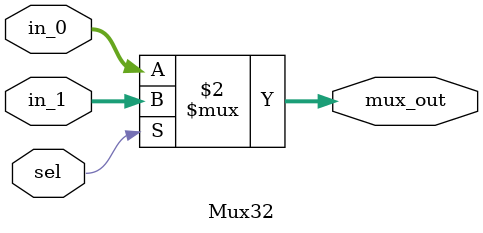
<source format=sv>
`timescale 1ns/1ns

module Mux32(input[31:0] in_0, in_1, input sel, output logic[31:0] mux_out);

	assign mux_out= (!sel)? in_0:
		     		in_1;

endmodule
		     

</source>
